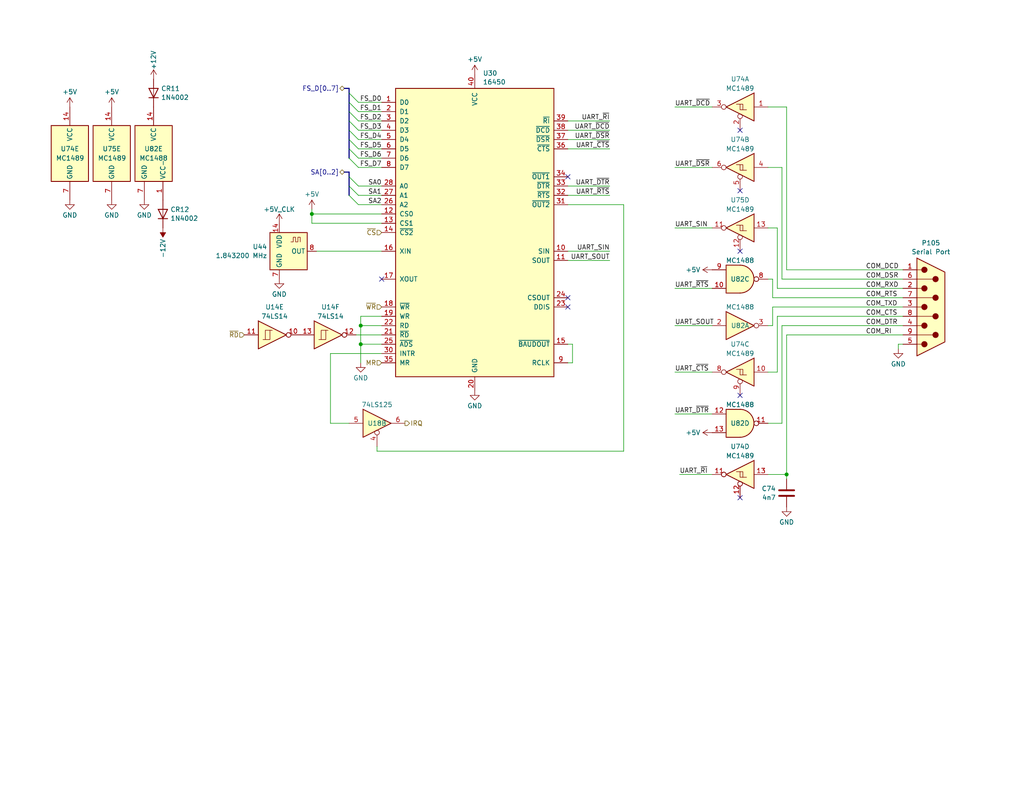
<source format=kicad_sch>
(kicad_sch (version 20230121) (generator eeschema)
  (paper "USLetter")
  (lib_symbols
    (symbol "74xx:74LS125" (pin_names (offset 1.016))
      (property "Reference" "U" (at 0 1.27 0))
      (property "Value" "74LS125" (at 0 -1.27 0))
      (symbol "74LS125_1_0"
        (polyline (pts (xy -3.81 3.81) (xy -3.81 -3.81) (xy 3.81 0) (xy -3.81 3.81)) (stroke (width 0.254)) (fill (type background)))
        (pin input inverted (at 0 -6.35 90) (length 4.445) (name "~") (number "1"))
        (pin input line (at -7.62 0 0) (length 3.81) (name "~") (number "2"))
        (pin tri_state line (at 7.62 0 180) (length 3.81) (name "~") (number "3"))
      )
      (symbol "74LS125_2_0"
        (polyline (pts (xy -3.81 3.81) (xy -3.81 -3.81) (xy 3.81 0) (xy -3.81 3.81)) (stroke (width 0.254)) (fill (type background)))
        (pin input inverted (at 0 -6.35 90) (length 4.445) (name "~") (number "4"))
        (pin input line (at -7.62 0 0) (length 3.81) (name "~") (number "5"))
        (pin tri_state line (at 7.62 0 180) (length 3.81) (name "~") (number "6"))
      )
      (symbol "74LS125_3_0"
        (polyline (pts (xy -3.81 3.81) (xy -3.81 -3.81) (xy 3.81 0) (xy -3.81 3.81)) (stroke (width 0.254)) (fill (type background)))
        (pin input inverted (at 0 -6.35 90) (length 4.445) (name "~") (number "10"))
        (pin tri_state line (at 7.62 0 180) (length 3.81) (name "~") (number "8"))
        (pin input line (at -7.62 0 0) (length 3.81) (name "~") (number "9"))
      )
      (symbol "74LS125_4_0"
        (polyline (pts (xy -3.81 3.81) (xy -3.81 -3.81) (xy 3.81 0) (xy -3.81 3.81)) (stroke (width 0.254)) (fill (type background)))
        (pin tri_state line (at 7.62 0 180) (length 3.81) (name "~") (number "11"))
        (pin input line (at -7.62 0 0) (length 3.81) (name "~") (number "12"))
        (pin input inverted (at 0 -6.35 90) (length 4.445) (name "~") (number "13"))
      )
      (symbol "74LS125_5_0"
        (pin power_in line (at 0 12.7 270) (length 5.08) (name "VCC") (number "14"))
        (pin power_in line (at 0 -12.7 90) (length 5.08) (name "GND") (number "7"))
      )
      (symbol "74LS125_5_1"
        (rectangle (start -5.08 7.62) (end 5.08 -7.62) (stroke (width 0.254)) (fill (type background)))
      )
    )
    (symbol "74xx:74LS14" (pin_names (offset 1.016))
      (property "Reference" "U" (at 0 1.27 0))
      (property "Value" "74LS14" (at 0 -1.27 0))
      (symbol "74LS14_1_0"
        (polyline (pts (xy -3.81 3.81) (xy -3.81 -3.81) (xy 3.81 0) (xy -3.81 3.81)) (stroke (width 0.254)) (fill (type background)))
        (pin input line (at -7.62 0 0) (length 3.81) (name "~") (number "1"))
        (pin output inverted (at 7.62 0 180) (length 3.81) (name "~") (number "2"))
      )
      (symbol "74LS14_1_1"
        (polyline (pts (xy -1.905 -1.27) (xy -1.905 1.27) (xy -0.635 1.27)))
        (polyline (pts (xy -2.54 -1.27) (xy -0.635 -1.27) (xy -0.635 1.27) (xy 0 1.27)))
      )
      (symbol "74LS14_2_0"
        (polyline (pts (xy -3.81 3.81) (xy -3.81 -3.81) (xy 3.81 0) (xy -3.81 3.81)) (stroke (width 0.254)) (fill (type background)))
        (pin input line (at -7.62 0 0) (length 3.81) (name "~") (number "3"))
        (pin output inverted (at 7.62 0 180) (length 3.81) (name "~") (number "4"))
      )
      (symbol "74LS14_2_1"
        (polyline (pts (xy -1.905 -1.27) (xy -1.905 1.27) (xy -0.635 1.27)))
        (polyline (pts (xy -2.54 -1.27) (xy -0.635 -1.27) (xy -0.635 1.27) (xy 0 1.27)))
      )
      (symbol "74LS14_3_0"
        (polyline (pts (xy -3.81 3.81) (xy -3.81 -3.81) (xy 3.81 0) (xy -3.81 3.81)) (stroke (width 0.254)) (fill (type background)))
        (pin input line (at -7.62 0 0) (length 3.81) (name "~") (number "5"))
        (pin output inverted (at 7.62 0 180) (length 3.81) (name "~") (number "6"))
      )
      (symbol "74LS14_3_1"
        (polyline (pts (xy -1.905 -1.27) (xy -1.905 1.27) (xy -0.635 1.27)))
        (polyline (pts (xy -2.54 -1.27) (xy -0.635 -1.27) (xy -0.635 1.27) (xy 0 1.27)))
      )
      (symbol "74LS14_4_0"
        (polyline (pts (xy -3.81 3.81) (xy -3.81 -3.81) (xy 3.81 0) (xy -3.81 3.81)) (stroke (width 0.254)) (fill (type background)))
        (pin output inverted (at 7.62 0 180) (length 3.81) (name "~") (number "8"))
        (pin input line (at -7.62 0 0) (length 3.81) (name "~") (number "9"))
      )
      (symbol "74LS14_4_1"
        (polyline (pts (xy -1.905 -1.27) (xy -1.905 1.27) (xy -0.635 1.27)))
        (polyline (pts (xy -2.54 -1.27) (xy -0.635 -1.27) (xy -0.635 1.27) (xy 0 1.27)))
      )
      (symbol "74LS14_5_0"
        (polyline (pts (xy -3.81 3.81) (xy -3.81 -3.81) (xy 3.81 0) (xy -3.81 3.81)) (stroke (width 0.254)) (fill (type background)))
        (pin output inverted (at 7.62 0 180) (length 3.81) (name "~") (number "10"))
        (pin input line (at -7.62 0 0) (length 3.81) (name "~") (number "11"))
      )
      (symbol "74LS14_5_1"
        (polyline (pts (xy -1.905 -1.27) (xy -1.905 1.27) (xy -0.635 1.27)))
        (polyline (pts (xy -2.54 -1.27) (xy -0.635 -1.27) (xy -0.635 1.27) (xy 0 1.27)))
      )
      (symbol "74LS14_6_0"
        (polyline (pts (xy -3.81 3.81) (xy -3.81 -3.81) (xy 3.81 0) (xy -3.81 3.81)) (stroke (width 0.254)) (fill (type background)))
        (pin output inverted (at 7.62 0 180) (length 3.81) (name "~") (number "12"))
        (pin input line (at -7.62 0 0) (length 3.81) (name "~") (number "13"))
      )
      (symbol "74LS14_6_1"
        (polyline (pts (xy -1.905 -1.27) (xy -1.905 1.27) (xy -0.635 1.27)))
        (polyline (pts (xy -2.54 -1.27) (xy -0.635 -1.27) (xy -0.635 1.27) (xy 0 1.27)))
      )
      (symbol "74LS14_7_0"
        (pin power_in line (at 0 12.7 270) (length 5.08) (name "VCC") (number "14"))
        (pin power_in line (at 0 -12.7 90) (length 5.08) (name "GND") (number "7"))
      )
      (symbol "74LS14_7_1"
        (rectangle (start -5.08 7.62) (end 5.08 -7.62) (stroke (width 0.254)) (fill (type background)))
      )
    )
    (symbol "Connector:DE9_Plug" (pin_names (offset 1.016) hide)
      (property "Reference" "J" (at 0 13.97 0))
      (property "Value" "DE9_Plug" (at 0 -14.605 0))
      (symbol "DE9_Plug_0_1"
        (circle (center -1.778 -10.16) (radius 0.762) (fill (type outline)))
        (circle (center -1.778 -5.08) (radius 0.762) (fill (type outline)))
        (circle (center -1.778 0) (radius 0.762) (fill (type outline)))
        (circle (center -1.778 5.08) (radius 0.762) (fill (type outline)))
        (circle (center -1.778 10.16) (radius 0.762) (fill (type outline)))
        (polyline (pts (xy -3.81 -10.16) (xy -2.54 -10.16)))
        (polyline (pts (xy -3.81 -7.62) (xy 0.508 -7.62)))
        (polyline (pts (xy -3.81 -5.08) (xy -2.54 -5.08)))
        (polyline (pts (xy -3.81 -2.54) (xy 0.508 -2.54)))
        (polyline (pts (xy -3.81 0) (xy -2.54 0)))
        (polyline (pts (xy -3.81 2.54) (xy 0.508 2.54)))
        (polyline (pts (xy -3.81 5.08) (xy -2.54 5.08)))
        (polyline (pts (xy -3.81 7.62) (xy 0.508 7.62)))
        (polyline (pts (xy -3.81 10.16) (xy -2.54 10.16)))
        (polyline (pts (xy -3.81 -13.335) (xy -3.81 13.335) (xy 3.81 9.525) (xy 3.81 -9.525) (xy -3.81 -13.335)) (stroke (width 0.254)) (fill (type background)))
        (circle (center 1.27 -7.62) (radius 0.762) (fill (type outline)))
        (circle (center 1.27 -2.54) (radius 0.762) (fill (type outline)))
        (circle (center 1.27 2.54) (radius 0.762) (fill (type outline)))
        (circle (center 1.27 7.62) (radius 0.762) (fill (type outline)))
      )
      (symbol "DE9_Plug_1_1"
        (pin passive line (at -7.62 -10.16 0) (length 3.81) (name "1") (number "1"))
        (pin passive line (at -7.62 -5.08 0) (length 3.81) (name "2") (number "2"))
        (pin passive line (at -7.62 0 0) (length 3.81) (name "3") (number "3"))
        (pin passive line (at -7.62 5.08 0) (length 3.81) (name "4") (number "4"))
        (pin passive line (at -7.62 10.16 0) (length 3.81) (name "5") (number "5"))
        (pin passive line (at -7.62 -7.62 0) (length 3.81) (name "6") (number "6"))
        (pin passive line (at -7.62 -2.54 0) (length 3.81) (name "7") (number "7"))
        (pin passive line (at -7.62 2.54 0) (length 3.81) (name "8") (number "8"))
        (pin passive line (at -7.62 7.62 0) (length 3.81) (name "9") (number "9"))
      )
    )
    (symbol "Device:C" (pin_numbers hide) (pin_names (offset 0.254))
      (property "Reference" "C" (at 0.635 2.54 0))
      (property "Value" "C" (at 0.635 -2.54 0))
      (symbol "C_0_1"
        (polyline (pts (xy -2.032 -0.762) (xy 2.032 -0.762)) (stroke (width 0.508)))
        (polyline (pts (xy -2.032 0.762) (xy 2.032 0.762)) (stroke (width 0.508)))
      )
      (symbol "C_1_1"
        (pin passive line (at 0 3.81 270) (length 2.794) (name "~") (number "1"))
        (pin passive line (at 0 -3.81 90) (length 2.794) (name "~") (number "2"))
      )
    )
    (symbol "Device:D" (pin_numbers hide) (pin_names (offset 1.016) hide)
      (property "Reference" "D" (at 0 2.54 0))
      (property "Value" "D" (at 0 -2.54 0))
      (symbol "D_0_1"
        (polyline (pts (xy -1.27 1.27) (xy -1.27 -1.27)) (stroke (width 0.254)))
        (polyline (pts (xy 1.27 0) (xy -1.27 0)))
        (polyline (pts (xy 1.27 1.27) (xy 1.27 -1.27) (xy -1.27 0) (xy 1.27 1.27)) (stroke (width 0.254)))
      )
      (symbol "D_1_1"
        (pin passive line (at -3.81 0 0) (length 2.54) (name "K") (number "1"))
        (pin passive line (at 3.81 0 180) (length 2.54) (name "A") (number "2"))
      )
    )
    (symbol "Interface_UART:16450" (pin_names (offset 1.016))
      (property "Reference" "U" (at -21.59 40.64 0))
      (property "Value" "16450" (at 15.24 40.64 0))
      (symbol "16450_0_1"
        (rectangle (start -21.59 -39.37) (end 21.59 39.37) (stroke (width 0.254)) (fill (type background)))
      )
      (symbol "16450_1_1"
        (pin bidirectional line (at -25.4 35.56 0) (length 3.81) (name "D0") (number "1"))
        (pin input line (at 25.4 -5.08 180) (length 3.81) (name "SIN") (number "10"))
        (pin output line (at 25.4 -7.62 180) (length 3.81) (name "SOUT") (number "11"))
        (pin input line (at -25.4 5.08 0) (length 3.81) (name "CS0") (number "12"))
        (pin input line (at -25.4 2.54 0) (length 3.81) (name "CS1") (number "13"))
        (pin input line (at -25.4 0 0) (length 3.81) (name "~{CS2}") (number "14"))
        (pin output line (at 25.4 -30.48 180) (length 3.81) (name "~{BAUDOUT}") (number "15"))
        (pin input line (at -25.4 -5.08 0) (length 3.81) (name "XIN") (number "16"))
        (pin output line (at -25.4 -12.7 0) (length 3.81) (name "XOUT") (number "17"))
        (pin input line (at -25.4 -20.32 0) (length 3.81) (name "~{WR}") (number "18"))
        (pin input line (at -25.4 -22.86 0) (length 3.81) (name "WR") (number "19"))
        (pin bidirectional line (at -25.4 33.02 0) (length 3.81) (name "D1") (number "2"))
        (pin power_in line (at 0 -43.18 90) (length 3.81) (name "GND") (number "20"))
        (pin input line (at -25.4 -27.94 0) (length 3.81) (name "~{RD}") (number "21"))
        (pin input line (at -25.4 -25.4 0) (length 3.81) (name "RD") (number "22"))
        (pin output line (at 25.4 -20.32 180) (length 3.81) (name "DDIS") (number "23"))
        (pin output line (at 25.4 -17.78 180) (length 3.81) (name "CSOUT") (number "24"))
        (pin input line (at -25.4 -30.48 0) (length 3.81) (name "~{ADS}") (number "25"))
        (pin input line (at -25.4 7.62 0) (length 3.81) (name "A2") (number "26"))
        (pin input line (at -25.4 10.16 0) (length 3.81) (name "A1") (number "27"))
        (pin input line (at -25.4 12.7 0) (length 3.81) (name "A0") (number "28"))
        (pin bidirectional line (at -25.4 30.48 0) (length 3.81) (name "D2") (number "3"))
        (pin output line (at -25.4 -33.02 0) (length 3.81) (name "INTR") (number "30"))
        (pin output line (at 25.4 7.62 180) (length 3.81) (name "~{OUT2}") (number "31"))
        (pin output line (at 25.4 10.16 180) (length 3.81) (name "~{RTS}") (number "32"))
        (pin output line (at 25.4 12.7 180) (length 3.81) (name "~{DTR}") (number "33"))
        (pin output line (at 25.4 15.24 180) (length 3.81) (name "~{OUT1}") (number "34"))
        (pin input line (at -25.4 -35.56 0) (length 3.81) (name "MR") (number "35"))
        (pin input line (at 25.4 22.86 180) (length 3.81) (name "~{CTS}") (number "36"))
        (pin input line (at 25.4 25.4 180) (length 3.81) (name "~{DSR}") (number "37"))
        (pin input line (at 25.4 27.94 180) (length 3.81) (name "~{DCD}") (number "38"))
        (pin input line (at 25.4 30.48 180) (length 3.81) (name "~{RI}") (number "39"))
        (pin bidirectional line (at -25.4 27.94 0) (length 3.81) (name "D3") (number "4"))
        (pin power_in line (at 0 43.18 270) (length 3.81) (name "VCC") (number "40"))
        (pin bidirectional line (at -25.4 25.4 0) (length 3.81) (name "D4") (number "5"))
        (pin bidirectional line (at -25.4 22.86 0) (length 3.81) (name "D5") (number "6"))
        (pin bidirectional line (at -25.4 20.32 0) (length 3.81) (name "D6") (number "7"))
        (pin bidirectional line (at -25.4 17.78 0) (length 3.81) (name "D7") (number "8"))
        (pin input line (at 25.4 -35.56 180) (length 3.81) (name "RCLK") (number "9"))
      )
    )
    (symbol "MC1488_1"
      (property "Reference" "U82" (at 0 7.9543 0))
      (property "Value" "MC1488" (at 0 5.5301 0))
      (symbol "MC1488_1_1_0"
        (polyline (pts (xy -3.81 3.81) (xy -3.81 -3.81) (xy 3.81 0) (xy -3.81 3.81)) (stroke (width 0.254)) (fill (type background)))
        (pin input line (at -7.62 0 0) (length 3.81) (name "~") (number "2"))
        (pin output inverted (at 7.62 0 180) (length 3.81) (name "~") (number "3"))
      )
      (symbol "MC1488_1_2_1"
        (arc (start 0 -3.81) (mid 3.7934 0) (end 0 3.81) (stroke (width 0.254)) (fill (type background)))
        (polyline (pts (xy 0 3.81) (xy -3.81 3.81) (xy -3.81 -3.81) (xy 0 -3.81)) (stroke (width 0.254)) (fill (type background)))
        (pin input line (at -7.62 2.54 0) (length 3.81) (name "~") (number "4"))
        (pin input line (at -7.62 -2.54 0) (length 3.81) (name "~") (number "5"))
        (pin output inverted (at 7.62 0 180) (length 3.81) (name "~") (number "6"))
      )
      (symbol "MC1488_1_3_1"
        (arc (start 0 -3.81) (mid 3.7934 0) (end 0 3.81) (stroke (width 0.254)) (fill (type background)))
        (polyline (pts (xy 0 3.81) (xy -3.81 3.81) (xy -3.81 -3.81) (xy 0 -3.81)) (stroke (width 0.254)) (fill (type background)))
        (pin input line (at -7.62 -2.54 0) (length 3.81) (name "~") (number "10"))
        (pin output inverted (at 7.62 0 180) (length 3.81) (name "~") (number "8"))
        (pin input line (at -7.62 2.54 0) (length 3.81) (name "~") (number "9"))
      )
      (symbol "MC1488_1_4_1"
        (arc (start 0 -3.81) (mid 3.7934 0) (end 0 3.81) (stroke (width 0.254)) (fill (type background)))
        (polyline (pts (xy 0 3.81) (xy -3.81 3.81) (xy -3.81 -3.81) (xy 0 -3.81)) (stroke (width 0.254)) (fill (type background)))
        (pin output inverted (at 7.62 0 180) (length 3.81) (name "~") (number "11"))
        (pin input line (at -7.62 2.54 0) (length 3.81) (name "~") (number "12"))
        (pin input line (at -7.62 -2.54 0) (length 3.81) (name "~") (number "13"))
      )
      (symbol "MC1488_1_5_0"
        (pin power_in line (at 2.54 -12.7 90) (length 5.08) (name "VCC-") (number "1"))
        (pin power_in line (at 0 12.7 270) (length 5.08) (name "VCC") (number "14"))
        (pin power_in line (at -2.54 -12.7 90) (length 5.08) (name "GND") (number "7"))
      )
      (symbol "MC1488_1_5_1"
        (rectangle (start -5.08 7.62) (end 5.08 -7.62) (stroke (width 0.254)) (fill (type background)))
      )
    )
    (symbol "MC1488_3"
      (property "Reference" "U82" (at 0 7.9543 0))
      (property "Value" "MC1488" (at 0 5.5301 0))
      (symbol "MC1488_3_1_0"
        (polyline (pts (xy -3.81 3.81) (xy -3.81 -3.81) (xy 3.81 0) (xy -3.81 3.81)) (stroke (width 0.254)) (fill (type background)))
        (pin input line (at -7.62 0 0) (length 3.81) (name "~") (number "2"))
        (pin output inverted (at 7.62 0 180) (length 3.81) (name "~") (number "3"))
      )
      (symbol "MC1488_3_2_1"
        (arc (start 0 -3.81) (mid 3.7934 0) (end 0 3.81) (stroke (width 0.254)) (fill (type background)))
        (polyline (pts (xy 0 3.81) (xy -3.81 3.81) (xy -3.81 -3.81) (xy 0 -3.81)) (stroke (width 0.254)) (fill (type background)))
        (pin input line (at -7.62 2.54 0) (length 3.81) (name "~") (number "4"))
        (pin input line (at -7.62 -2.54 0) (length 3.81) (name "~") (number "5"))
        (pin output inverted (at 7.62 0 180) (length 3.81) (name "~") (number "6"))
      )
      (symbol "MC1488_3_3_1"
        (arc (start 0 -3.81) (mid 3.7934 0) (end 0 3.81) (stroke (width 0.254)) (fill (type background)))
        (polyline (pts (xy 0 3.81) (xy -3.81 3.81) (xy -3.81 -3.81) (xy 0 -3.81)) (stroke (width 0.254)) (fill (type background)))
        (pin input line (at -7.62 -2.54 0) (length 3.81) (name "~") (number "10"))
        (pin output inverted (at 7.62 0 180) (length 3.81) (name "~") (number "8"))
        (pin input line (at -7.62 2.54 0) (length 3.81) (name "~") (number "9"))
      )
      (symbol "MC1488_3_4_1"
        (arc (start 0 -3.81) (mid 3.7934 0) (end 0 3.81) (stroke (width 0.254)) (fill (type background)))
        (polyline (pts (xy 0 3.81) (xy -3.81 3.81) (xy -3.81 -3.81) (xy 0 -3.81)) (stroke (width 0.254)) (fill (type background)))
        (pin output inverted (at 7.62 0 180) (length 3.81) (name "~") (number "11"))
        (pin input line (at -7.62 2.54 0) (length 3.81) (name "~") (number "12"))
        (pin input line (at -7.62 -2.54 0) (length 3.81) (name "~") (number "13"))
      )
      (symbol "MC1488_3_5_0"
        (pin power_in line (at 2.54 -12.7 90) (length 5.08) (name "VCC-") (number "1"))
        (pin power_in line (at 0 12.7 270) (length 5.08) (name "VCC") (number "14"))
        (pin power_in line (at -2.54 -12.7 90) (length 5.08) (name "GND") (number "7"))
      )
      (symbol "MC1488_3_5_1"
        (rectangle (start -5.08 7.62) (end 5.08 -7.62) (stroke (width 0.254)) (fill (type background)))
      )
    )
    (symbol "MC1488_4"
      (property "Reference" "U82" (at 0 7.9543 0))
      (property "Value" "MC1488" (at 0 5.5301 0))
      (symbol "MC1488_4_1_0"
        (polyline (pts (xy -3.81 3.81) (xy -3.81 -3.81) (xy 3.81 0) (xy -3.81 3.81)) (stroke (width 0.254)) (fill (type background)))
        (pin input line (at -7.62 0 0) (length 3.81) (name "~") (number "2"))
        (pin output inverted (at 7.62 0 180) (length 3.81) (name "~") (number "3"))
      )
      (symbol "MC1488_4_2_1"
        (arc (start 0 -3.81) (mid 3.7934 0) (end 0 3.81) (stroke (width 0.254)) (fill (type background)))
        (polyline (pts (xy 0 3.81) (xy -3.81 3.81) (xy -3.81 -3.81) (xy 0 -3.81)) (stroke (width 0.254)) (fill (type background)))
        (pin input line (at -7.62 2.54 0) (length 3.81) (name "~") (number "4"))
        (pin input line (at -7.62 -2.54 0) (length 3.81) (name "~") (number "5"))
        (pin output inverted (at 7.62 0 180) (length 3.81) (name "~") (number "6"))
      )
      (symbol "MC1488_4_3_1"
        (arc (start 0 -3.81) (mid 3.7934 0) (end 0 3.81) (stroke (width 0.254)) (fill (type background)))
        (polyline (pts (xy 0 3.81) (xy -3.81 3.81) (xy -3.81 -3.81) (xy 0 -3.81)) (stroke (width 0.254)) (fill (type background)))
        (pin input line (at -7.62 -2.54 0) (length 3.81) (name "~") (number "10"))
        (pin output inverted (at 7.62 0 180) (length 3.81) (name "~") (number "8"))
        (pin input line (at -7.62 2.54 0) (length 3.81) (name "~") (number "9"))
      )
      (symbol "MC1488_4_4_1"
        (arc (start 0 -3.81) (mid 3.7934 0) (end 0 3.81) (stroke (width 0.254)) (fill (type background)))
        (polyline (pts (xy 0 3.81) (xy -3.81 3.81) (xy -3.81 -3.81) (xy 0 -3.81)) (stroke (width 0.254)) (fill (type background)))
        (pin output inverted (at 7.62 0 180) (length 3.81) (name "~") (number "11"))
        (pin input line (at -7.62 2.54 0) (length 3.81) (name "~") (number "12"))
        (pin input line (at -7.62 -2.54 0) (length 3.81) (name "~") (number "13"))
      )
      (symbol "MC1488_4_5_0"
        (pin power_in line (at 2.54 -12.7 90) (length 5.08) (name "VCC-") (number "1"))
        (pin power_in line (at 0 12.7 270) (length 5.08) (name "VCC") (number "14"))
        (pin power_in line (at -2.54 -12.7 90) (length 5.08) (name "GND") (number "7"))
      )
      (symbol "MC1488_4_5_1"
        (rectangle (start -5.08 7.62) (end 5.08 -7.62) (stroke (width 0.254)) (fill (type background)))
      )
    )
    (symbol "power:+12V" (power) (pin_names (offset 0))
      (property "Value" "+12V" (at 0 3.556 0))
      (symbol "+12V_0_1"
        (polyline (pts (xy -0.762 1.27) (xy 0 2.54)))
        (polyline (pts (xy 0 0) (xy 0 2.54)))
        (polyline (pts (xy 0 2.54) (xy 0.762 1.27)))
      )
      (symbol "+12V_1_1"
        (pin power_in line (at 0 0 90) (length 0) hide (name "+12V") (number "1"))
      )
    )
    (symbol "power:+5V" (power) (pin_names (offset 0))
      (property "Value" "+5V" (at 0 3.556 0))
      (symbol "+5V_0_1"
        (polyline (pts (xy -0.762 1.27) (xy 0 2.54)))
        (polyline (pts (xy 0 0) (xy 0 2.54)))
        (polyline (pts (xy 0 2.54) (xy 0.762 1.27)))
      )
      (symbol "+5V_1_1"
        (pin power_in line (at 0 0 90) (length 0) hide (name "+5V") (number "1"))
      )
    )
    (symbol "power:-12V" (power) (pin_names (offset 0))
      (property "Value" "-12V" (at 0 3.81 0))
      (symbol "-12V_0_0"
        (pin power_in line (at 0 0 90) (length 0) hide (name "-12V") (number "1"))
      )
      (symbol "-12V_0_1"
        (polyline (pts (xy 0 0) (xy 0 1.27) (xy 0.762 1.27) (xy 0 2.54) (xy -0.762 1.27) (xy 0 1.27)) (fill (type outline)))
      )
    )
    (symbol "power:GND" (power) (pin_names (offset 0))
      (property "Value" "GND" (at 0 -3.81 0))
      (symbol "GND_0_1"
        (polyline (pts (xy 0 0) (xy 0 -1.27) (xy 1.27 -1.27) (xy 0 -2.54) (xy -1.27 -1.27) (xy 0 -1.27)))
      )
      (symbol "GND_1_1"
        (pin power_in line (at 0 0 270) (length 0) hide (name "GND") (number "1"))
      )
    )
    (symbol "raysstuff:+5V_CLK" (power) (in_bom no) (on_board no)
      (property "Value" "+5V_CLK" (at 0 3.81 0))
      (symbol "+5V_CLK_0_1"
        (polyline (pts (xy -0.762 1.27) (xy 0 2.54)))
        (polyline (pts (xy 0 0) (xy 0 2.54)))
        (polyline (pts (xy 0 2.54) (xy 0.762 1.27)))
      )
      (symbol "+5V_CLK_1_1"
        (pin power_in line (at 0 0 90) (length 0) hide (name "+5V_CLK") (number "1"))
      )
    )
    (symbol "raysstuff:970T"
      (property "Reference" "U" (at 0 0 0))
      (property "Value" "970T" (at 0 0 0))
      (symbol "970T_0_1"
        (rectangle (start -5.08 5.08) (end 5.08 -5.08) (stroke (width 0.254)) (fill (type background)))
        (polyline (pts (xy 0.635 2.54) (xy 1.27 2.54) (xy 1.27 3.81) (xy 1.905 3.81) (xy 1.905 2.54) (xy 2.54 2.54) (xy 2.54 3.81) (xy 3.175 3.81) (xy 3.175 2.54)))
      )
      (symbol "970T_1_1"
        (pin power_in line (at -2.54 7.62 270) (length 2.54) (name "VDD") (number "14"))
        (pin passive line (at -2.54 -7.62 90) (length 2.54) hide (name "GND") (number "2"))
        (pin power_in line (at -2.54 -7.62 90) (length 2.54) (name "GND") (number "7"))
        (pin output line (at 7.62 0 180) (length 2.54) (name "OUT") (number "8"))
      )
    )
    (symbol "raysstuff:MC1488"
      (property "Reference" "U82" (at 0 7.9543 0))
      (property "Value" "MC1488" (at 0 5.5301 0))
      (symbol "MC1488_1_0"
        (polyline (pts (xy -3.81 3.81) (xy -3.81 -3.81) (xy 3.81 0) (xy -3.81 3.81)) (stroke (width 0.254)) (fill (type background)))
        (pin input line (at -7.62 0 0) (length 3.81) (name "~") (number "2"))
        (pin output inverted (at 7.62 0 180) (length 3.81) (name "~") (number "3"))
      )
      (symbol "MC1488_2_1"
        (arc (start 0 -3.81) (mid 3.7934 0) (end 0 3.81) (stroke (width 0.254)) (fill (type background)))
        (polyline (pts (xy 0 3.81) (xy -3.81 3.81) (xy -3.81 -3.81) (xy 0 -3.81)) (stroke (width 0.254)) (fill (type background)))
        (pin input line (at -7.62 2.54 0) (length 3.81) (name "~") (number "4"))
        (pin input line (at -7.62 -2.54 0) (length 3.81) (name "~") (number "5"))
        (pin output inverted (at 7.62 0 180) (length 3.81) (name "~") (number "6"))
      )
      (symbol "MC1488_3_1"
        (arc (start 0 -3.81) (mid 3.7934 0) (end 0 3.81) (stroke (width 0.254)) (fill (type background)))
        (polyline (pts (xy 0 3.81) (xy -3.81 3.81) (xy -3.81 -3.81) (xy 0 -3.81)) (stroke (width 0.254)) (fill (type background)))
        (pin input line (at -7.62 -2.54 0) (length 3.81) (name "~") (number "10"))
        (pin output inverted (at 7.62 0 180) (length 3.81) (name "~") (number "8"))
        (pin input line (at -7.62 2.54 0) (length 3.81) (name "~") (number "9"))
      )
      (symbol "MC1488_4_1"
        (arc (start 0 -3.81) (mid 3.7934 0) (end 0 3.81) (stroke (width 0.254)) (fill (type background)))
        (polyline (pts (xy 0 3.81) (xy -3.81 3.81) (xy -3.81 -3.81) (xy 0 -3.81)) (stroke (width 0.254)) (fill (type background)))
        (pin output inverted (at 7.62 0 180) (length 3.81) (name "~") (number "11"))
        (pin input line (at -7.62 2.54 0) (length 3.81) (name "~") (number "12"))
        (pin input line (at -7.62 -2.54 0) (length 3.81) (name "~") (number "13"))
      )
      (symbol "MC1488_5_0"
        (pin power_in line (at 2.54 -12.7 90) (length 5.08) (name "VCC-") (number "1"))
        (pin power_in line (at 0 12.7 270) (length 5.08) (name "VCC") (number "14"))
        (pin power_in line (at -2.54 -12.7 90) (length 5.08) (name "GND") (number "7"))
      )
      (symbol "MC1488_5_1"
        (rectangle (start -5.08 7.62) (end 5.08 -7.62) (stroke (width 0.254)) (fill (type background)))
      )
    )
    (symbol "raysstuff:MC1489"
      (property "Reference" "U" (at 13.97 -6.35 0))
      (property "Value" "MC1489" (at 13.97 -8.89 0))
      (symbol "MC1489_1_0"
        (polyline (pts (xy -3.81 3.81) (xy -3.81 -3.81) (xy 3.81 0) (xy -3.81 3.81)) (stroke (width 0.254)) (fill (type background)))
        (pin input line (at -7.62 0 0) (length 3.81) (name "~") (number "1"))
        (pin input inverted (at 0 -6.35 90) (length 4.445) (name "~") (number "2"))
        (pin output inverted (at 7.62 0 180) (length 3.81) (name "~") (number "3"))
      )
      (symbol "MC1489_1_1"
        (polyline (pts (xy -0.762 -0.762) (xy -0.762 0.762) (xy 1.016 0.762)))
        (polyline (pts (xy 0 0.762) (xy 0 -0.762) (xy -1.778 -0.762)))
      )
      (symbol "MC1489_2_0"
        (polyline (pts (xy -3.81 3.81) (xy -3.81 -3.81) (xy 3.81 0) (xy -3.81 3.81)) (stroke (width 0.254)) (fill (type background)))
        (pin input line (at -7.62 0 0) (length 3.81) (name "~") (number "4"))
        (pin input inverted (at 0 -6.35 90) (length 4.445) (name "~") (number "5"))
        (pin output inverted (at 7.62 0 180) (length 3.81) (name "~") (number "6"))
      )
      (symbol "MC1489_2_1"
        (polyline (pts (xy -0.762 -0.762) (xy -0.762 0.762) (xy 1.016 0.762)))
        (polyline (pts (xy 0 0.762) (xy 0 -0.762) (xy -1.778 -0.762)))
      )
      (symbol "MC1489_3_0"
        (polyline (pts (xy -3.81 3.81) (xy -3.81 -3.81) (xy 3.81 0) (xy -3.81 3.81)) (stroke (width 0.254)) (fill (type background)))
        (pin input line (at -7.62 0 0) (length 3.81) (name "~") (number "10"))
        (pin output inverted (at 7.62 0 180) (length 3.81) (name "~") (number "8"))
        (pin input inverted (at 0 -6.35 90) (length 4.445) (name "~") (number "9"))
      )
      (symbol "MC1489_3_1"
        (polyline (pts (xy -0.762 -0.762) (xy -0.762 0.762) (xy 1.016 0.762)))
        (polyline (pts (xy 0 0.762) (xy 0 -0.762) (xy -1.778 -0.762)))
      )
      (symbol "MC1489_4_0"
        (polyline (pts (xy -3.81 3.81) (xy -3.81 -3.81) (xy 3.81 0) (xy -3.81 3.81)) (stroke (width 0.254)) (fill (type background)))
        (pin output inverted (at 7.62 0 180) (length 3.81) (name "~") (number "11"))
        (pin input inverted (at 0 -6.35 90) (length 4.445) (name "~") (number "12"))
        (pin input line (at -7.62 0 0) (length 3.81) (name "~") (number "13"))
      )
      (symbol "MC1489_4_1"
        (polyline (pts (xy -0.762 -0.762) (xy -0.762 0.762) (xy 1.016 0.762)))
        (polyline (pts (xy 0 0.762) (xy 0 -0.762) (xy -1.778 -0.762)))
      )
      (symbol "MC1489_5_0"
        (pin power_in line (at 0 12.7 270) (length 5.08) (name "VCC") (number "14"))
        (pin power_in line (at 0 -12.7 90) (length 5.08) (name "GND") (number "7"))
      )
      (symbol "MC1489_5_1"
        (rectangle (start -5.08 7.62) (end 5.08 -7.62) (stroke (width 0.254)) (fill (type background)))
      )
    )
  )
  (junction (at 214.63 129.54))
  (junction (at 98.425 93.98))
  (junction (at 98.425 88.9))
  (junction (at 85.09 58.42))
  (no_connect (at 154.94 83.82))
  (no_connect (at 201.93 68.58))
  (no_connect (at 201.93 35.56))
  (no_connect (at 104.14 76.2))
  (no_connect (at 201.93 52.07))
  (no_connect (at 154.94 48.26))
  (no_connect (at 201.93 135.89))
  (no_connect (at 201.93 107.95))
  (no_connect (at 154.94 81.28))
  (bus_entry (at 95.25 35.56) (size 2.54 2.54))
  (bus_entry (at 95.25 40.64) (size 2.54 2.54))
  (bus_entry (at 95.25 25.4) (size 2.54 2.54))
  (bus_entry (at 95.25 27.94) (size 2.54 2.54))
  (bus_entry (at 95.25 30.48) (size 2.54 2.54))
  (bus_entry (at 95.25 43.18) (size 2.54 2.54))
  (bus_entry (at 95.25 53.34) (size 2.54 2.54))
  (bus_entry (at 95.25 38.1) (size 2.54 2.54))
  (bus_entry (at 95.25 33.02) (size 2.54 2.54))
  (bus_entry (at 95.25 50.8) (size 2.54 2.54))
  (bus_entry (at 95.25 48.26) (size 2.54 2.54))
  (wire (pts (xy 194.31 101.6) (xy 184.15 101.6)))
  (bus (pts (xy 95.25 24.13) (xy 95.25 25.4)))
  (bus (pts (xy 95.25 27.94) (xy 95.25 30.48)))
  (wire (pts (xy 97.79 50.8) (xy 104.14 50.8)))
  (wire (pts (xy 104.14 86.36) (xy 98.425 86.36)))
  (bus (pts (xy 93.98 46.99) (xy 95.25 46.99)))
  (wire (pts (xy 209.55 88.9) (xy 210.82 88.9)))
  (wire (pts (xy 209.55 45.72) (xy 213.36 45.72)))
  (wire (pts (xy 210.82 83.82) (xy 246.38 83.82)))
  (wire (pts (xy 213.36 45.72) (xy 213.36 76.2)))
  (wire (pts (xy 209.55 129.54) (xy 214.63 129.54)))
  (wire (pts (xy 194.31 129.54) (xy 185.42 129.54)))
  (wire (pts (xy 246.38 93.98) (xy 245.11 93.98)))
  (wire (pts (xy 104.14 60.96) (xy 85.09 60.96)))
  (bus (pts (xy 95.25 25.4) (xy 95.25 27.94)))
  (wire (pts (xy 154.94 38.1) (xy 166.37 38.1)))
  (wire (pts (xy 97.79 38.1) (xy 104.14 38.1)))
  (wire (pts (xy 97.79 45.72) (xy 104.14 45.72)))
  (wire (pts (xy 213.36 88.9) (xy 246.38 88.9)))
  (wire (pts (xy 194.31 45.72) (xy 184.15 45.72)))
  (wire (pts (xy 154.94 71.12) (xy 166.37 71.12)))
  (wire (pts (xy 154.94 40.64) (xy 166.37 40.64)))
  (wire (pts (xy 97.155 91.44) (xy 104.14 91.44)))
  (wire (pts (xy 97.79 55.88) (xy 104.14 55.88)))
  (bus (pts (xy 95.25 40.64) (xy 95.25 43.18)))
  (wire (pts (xy 154.94 35.56) (xy 166.37 35.56)))
  (wire (pts (xy 85.09 58.42) (xy 104.14 58.42)))
  (wire (pts (xy 209.55 62.23) (xy 212.09 62.23)))
  (wire (pts (xy 170.18 123.19) (xy 102.87 123.19)))
  (wire (pts (xy 98.425 93.98) (xy 98.425 99.06)))
  (wire (pts (xy 97.79 40.64) (xy 104.14 40.64)))
  (wire (pts (xy 212.09 101.6) (xy 212.09 86.36)))
  (wire (pts (xy 90.17 115.57) (xy 95.25 115.57)))
  (wire (pts (xy 194.31 29.21) (xy 184.15 29.21)))
  (wire (pts (xy 97.79 33.02) (xy 104.14 33.02)))
  (wire (pts (xy 97.79 27.94) (xy 104.14 27.94)))
  (bus (pts (xy 93.98 24.13) (xy 95.25 24.13)))
  (wire (pts (xy 90.17 96.52) (xy 90.17 115.57)))
  (wire (pts (xy 194.31 78.74) (xy 184.15 78.74)))
  (wire (pts (xy 213.36 115.57) (xy 213.36 88.9)))
  (wire (pts (xy 194.31 113.03) (xy 184.15 113.03)))
  (wire (pts (xy 210.82 88.9) (xy 210.82 83.82)))
  (wire (pts (xy 209.55 101.6) (xy 212.09 101.6)))
  (wire (pts (xy 214.63 129.54) (xy 214.63 130.81)))
  (wire (pts (xy 245.11 93.98) (xy 245.11 95.25)))
  (wire (pts (xy 154.94 53.34) (xy 166.37 53.34)))
  (wire (pts (xy 212.09 86.36) (xy 246.38 86.36)))
  (wire (pts (xy 214.63 73.66) (xy 246.38 73.66)))
  (wire (pts (xy 98.425 88.9) (xy 98.425 93.98)))
  (wire (pts (xy 86.36 68.58) (xy 104.14 68.58)))
  (wire (pts (xy 214.63 91.44) (xy 246.38 91.44)))
  (wire (pts (xy 212.09 78.74) (xy 246.38 78.74)))
  (wire (pts (xy 85.09 60.96) (xy 85.09 58.42)))
  (wire (pts (xy 154.94 33.02) (xy 166.37 33.02)))
  (wire (pts (xy 97.79 30.48) (xy 104.14 30.48)))
  (wire (pts (xy 154.94 55.88) (xy 170.18 55.88)))
  (wire (pts (xy 97.79 35.56) (xy 104.14 35.56)))
  (wire (pts (xy 214.63 129.54) (xy 214.63 91.44)))
  (wire (pts (xy 209.55 115.57) (xy 213.36 115.57)))
  (bus (pts (xy 95.25 38.1) (xy 95.25 40.64)))
  (wire (pts (xy 102.87 123.19) (xy 102.87 121.92)))
  (wire (pts (xy 156.21 99.06) (xy 154.94 99.06)))
  (wire (pts (xy 154.94 93.98) (xy 156.21 93.98)))
  (wire (pts (xy 154.94 50.8) (xy 166.37 50.8)))
  (wire (pts (xy 209.55 29.21) (xy 214.63 29.21)))
  (wire (pts (xy 210.82 81.28) (xy 210.82 76.2)))
  (wire (pts (xy 213.36 76.2) (xy 246.38 76.2)))
  (wire (pts (xy 154.94 68.58) (xy 166.37 68.58)))
  (bus (pts (xy 95.25 35.56) (xy 95.25 38.1)))
  (wire (pts (xy 210.82 76.2) (xy 209.55 76.2)))
  (bus (pts (xy 95.25 46.99) (xy 95.25 48.26)))
  (bus (pts (xy 95.25 48.26) (xy 95.25 50.8)))
  (wire (pts (xy 170.18 55.88) (xy 170.18 123.19)))
  (wire (pts (xy 210.82 81.28) (xy 246.38 81.28)))
  (wire (pts (xy 97.79 53.34) (xy 104.14 53.34)))
  (wire (pts (xy 194.31 62.23) (xy 184.15 62.23)))
  (wire (pts (xy 98.425 93.98) (xy 104.14 93.98)))
  (bus (pts (xy 95.25 50.8) (xy 95.25 53.34)))
  (bus (pts (xy 95.25 33.02) (xy 95.25 35.56)))
  (wire (pts (xy 97.79 43.18) (xy 104.14 43.18)))
  (wire (pts (xy 85.09 57.15) (xy 85.09 58.42)))
  (wire (pts (xy 212.09 62.23) (xy 212.09 78.74)))
  (bus (pts (xy 95.25 30.48) (xy 95.25 33.02)))
  (wire (pts (xy 104.14 96.52) (xy 90.17 96.52)))
  (wire (pts (xy 156.21 93.98) (xy 156.21 99.06)))
  (wire (pts (xy 98.425 86.36) (xy 98.425 88.9)))
  (wire (pts (xy 214.63 29.21) (xy 214.63 73.66)))
  (wire (pts (xy 194.31 88.9) (xy 184.15 88.9)))
  (wire (pts (xy 104.14 88.9) (xy 98.425 88.9)))
  (label "FS_D2" (at 104.14 33.02 180))
  (label "UART_~{DSR}" (at 184.15 45.72 0))
  (label "UART_~{DCD}" (at 184.15 29.21 0))
  (label "COM_DTR" (at 236.22 88.9 0))
  (label "SA1" (at 104.14 53.34 180))
  (label "FS_D7" (at 104.14 45.72 180))
  (label "FS_D5" (at 104.14 40.64 180))
  (label "COM_CTS" (at 236.22 86.36 0))
  (label "SA2" (at 104.14 55.88 180))
  (label "UART_~{DTR}" (at 184.15 113.03 0))
  (label "FS_D1" (at 104.14 30.48 180))
  (label "UART_SOUT" (at 184.15 88.9 0))
  (label "UART_~{RI}" (at 185.42 129.54 0))
  (label "UART_~{DCD}" (at 166.37 35.56 180))
  (label "UART_~{RTS}" (at 166.37 53.34 180))
  (label "FS_D0" (at 104.14 27.94 180))
  (label "FS_D4" (at 104.14 38.1 180))
  (label "COM_RI" (at 236.22 91.44 0))
  (label "UART_~{CTS}" (at 184.15 101.6 0))
  (label "UART_~{DSR}" (at 166.37 38.1 180))
  (label "UART_~{RI}" (at 166.37 33.02 180))
  (label "COM_TXD" (at 236.22 83.82 0))
  (label "FS_D6" (at 104.14 43.18 180))
  (label "FS_D3" (at 104.14 35.56 180))
  (label "COM_DCD" (at 236.22 73.66 0))
  (label "COM_RXD" (at 236.22 78.74 0))
  (label "UART_SOUT" (at 166.37 71.12 180))
  (label "UART_SIN" (at 184.15 62.23 0))
  (label "SA0" (at 104.14 50.8 180))
  (label "UART_~{RTS}" (at 184.15 78.74 0))
  (label "COM_RTS" (at 236.22 81.28 0))
  (label "COM_DSR" (at 236.22 76.2 0))
  (label "UART_SIN" (at 166.37 68.58 180))
  (label "UART_~{CTS}" (at 166.37 40.64 180))
  (label "UART_~{DTR}" (at 166.37 50.8 180))
  (hierarchical_label "IRQ" (shape output) (at 110.49 115.57 0))
  (hierarchical_label "~{WR}" (shape input) (at 104.14 83.82 180))
  (hierarchical_label "~{RD}" (shape input) (at 66.675 91.44 180))
  (hierarchical_label "FS_D[0..7]" (shape bidirectional) (at 93.98 24.13 180))
  (hierarchical_label "~{CS}" (shape input) (at 104.14 63.5 180))
  (hierarchical_label "SA[0..2]" (shape bidirectional) (at 93.98 46.99 180))
  (hierarchical_label "MR" (shape input) (at 104.14 99.06 180))
  (symbol (lib_id "raysstuff:MC1489") (at 30.48 41.91 0) (unit 5)
    (property "Reference" "U75" (at 27.94 40.64 0) (effects (justify left)))
    (property "Value" "MC1489" (at 26.67 43.18 0) (effects (justify left)))
    (property "Footprint" "Package_DIP:DIP-14_W7.62mm" (effects hide))
  )
  (symbol (lib_id "power:GND") (at 76.2 76.2 0) (unit 1)
    (property "Reference" "#PWR038" (effects hide))
    (property "Value" "GND" (at 76.2 80.3331 0))
  )
  (symbol (lib_id "74xx:74LS14") (at 89.535 91.44 0) (unit 6)
    (property "Reference" "U14" (at 90.17 83.82 0))
    (property "Value" "74LS14" (at 90.17 86.36 0))
    (property "Footprint" "Package_DIP:DIP-14_W7.62mm" (effects hide))
    (property "Datasheet" "http://www.ti.com/lit/gpn/sn74LS14" (effects hide))
  )
  (symbol (lib_id "raysstuff:MC1489") (at 201.93 45.72 0) (mirror y) (unit 2)
    (property "Reference" "U74" (at 201.93 38.1 0))
    (property "Value" "MC1489" (at 201.93 40.64 0))
    (property "Footprint" "Package_DIP:DIP-14_W7.62mm" (effects hide))
  )
  (symbol (lib_id "power:+5V") (at 30.48 29.21 0) (unit 1)
    (property "Reference" "#PWR042" (effects hide))
    (property "Value" "+5V" (at 30.48 25.0769 0))
  )
  (symbol (lib_id "power:GND") (at 30.48 54.61 0) (mirror y) (unit 1)
    (property "Reference" "#PWR043" (effects hide))
    (property "Value" "GND" (at 30.48 58.7431 0))
  )
  (symbol (lib_id "Interface_UART:16450") (at 129.54 63.5 0) (unit 1)
    (property "Reference" "U30" (at 131.7341 19.9857 0) (effects (justify left)))
    (property "Value" "16450" (at 131.7341 22.4099 0) (effects (justify left)))
    (property "Footprint" "Package_DIP:DIP-40_W15.24mm" (effects hide))
  )
  (symbol (lib_id "raysstuff:MC1489") (at 201.93 129.54 0) (mirror y) (unit 4)
    (property "Reference" "U74" (at 201.93 121.92 0))
    (property "Value" "MC1489" (at 201.93 124.46 0))
    (property "Footprint" "Package_DIP:DIP-14_W7.62mm" (effects hide))
  )
  (symbol (lib_id "power:+5V") (at 85.09 57.15 0) (unit 1)
    (property "Reference" "#PWR0256" (effects hide))
    (property "Value" "+5V" (at 85.09 53.0169 0))
  )
  (symbol (lib_id "raysstuff:MC1489") (at 201.93 62.23 0) (mirror y) (unit 4)
    (property "Reference" "U75" (at 201.93 54.61 0))
    (property "Value" "MC1489" (at 201.93 57.15 0))
    (property "Footprint" "Package_DIP:DIP-14_W7.62mm" (effects hide))
  )
  (symbol (lib_id "raysstuff:MC1489") (at 201.93 29.21 0) (mirror y) (unit 1)
    (property "Reference" "U74" (at 201.93 21.59 0))
    (property "Value" "MC1489" (at 201.93 24.13 0))
    (property "Footprint" "Package_DIP:DIP-14_W7.62mm" (effects hide))
  )
  (symbol (lib_id "power:GND") (at 214.63 138.43 0) (mirror y) (unit 1)
    (property "Reference" "#PWR0510" (effects hide))
    (property "Value" "GND" (at 214.63 142.5631 0))
  )
  (symbol (lib_id "power:GND") (at 98.425 99.06 0) (unit 1)
    (property "Reference" "#PWR048" (effects hide))
    (property "Value" "GND" (at 98.425 103.1931 0))
  )
  (symbol (lib_name "MC1488_1") (lib_id "raysstuff:MC1488") (at 201.93 115.57 0) (unit 4)
    (property "Reference" "U82" (at 201.93 115.57 0))
    (property "Value" "MC1488" (at 201.93 110.49 0))
    (property "Footprint" "Package_DIP:DIP-14_W7.62mm" (effects hide))
  )
  (symbol (lib_id "74xx:74LS14") (at 74.295 91.44 0) (unit 5)
    (property "Reference" "U14" (at 74.93 83.82 0))
    (property "Value" "74LS14" (at 74.93 86.36 0))
    (property "Footprint" "Package_DIP:DIP-14_W7.62mm" (effects hide))
    (property "Datasheet" "http://www.ti.com/lit/gpn/sn74LS14" (effects hide))
  )
  (symbol (lib_id "Device:D") (at 41.91 25.4 90) (unit 1)
    (property "Reference" "CR11" (at 43.942 24.1879 90) (effects (justify right)))
    (property "Value" "1N4002" (at 43.942 26.6121 90) (effects (justify right)))
    (property "Sim.Device" "D" (effects hide))
    (property "Sim.Pins" "1=K 2=A" (effects hide))
  )
  (symbol (lib_name "MC1488_3") (lib_id "raysstuff:MC1488") (at 201.93 76.2 0) (unit 3)
    (property "Reference" "U82" (at 201.93 76.2 0))
    (property "Value" "MC1488" (at 201.93 71.12 0))
    (property "Footprint" "Package_DIP:DIP-14_W7.62mm" (effects hide))
  )
  (symbol (lib_id "raysstuff:MC1489") (at 201.93 101.6 0) (mirror y) (unit 3)
    (property "Reference" "U74" (at 201.93 93.98 0))
    (property "Value" "MC1489" (at 201.93 96.52 0))
    (property "Footprint" "Package_DIP:DIP-14_W7.62mm" (effects hide))
  )
  (symbol (lib_id "power:+5V") (at 129.54 20.32 0) (unit 1)
    (property "Reference" "#PWR0257" (effects hide))
    (property "Value" "+5V" (at 129.54 16.1869 0))
  )
  (symbol (lib_name "MC1488_4") (lib_id "raysstuff:MC1488") (at 201.93 88.9 0) (unit 1)
    (property "Reference" "U82" (at 201.93 88.9 0))
    (property "Value" "MC1488" (at 201.93 83.82 0))
    (property "Footprint" "Package_DIP:DIP-14_W7.62mm" (effects hide))
  )
  (symbol (lib_id "power:+5V") (at 19.05 29.21 0) (unit 1)
    (property "Reference" "#PWR039" (effects hide))
    (property "Value" "+5V" (at 19.05 25.0769 0))
  )
  (symbol (lib_id "power:+12V") (at 41.91 21.59 0) (unit 1)
    (property "Reference" "#PWR0101" (effects hide))
    (property "Value" "+12V" (at 41.91 19.05 90) (effects (justify left)))
    (instances (project "CompaqPortableISACHASSIS" (path "" (reference "#PWR0101") (unit 1))) (project "compaqportableIII" (path "" (reference "#PWR045") (unit 1))))
  )
  (symbol (lib_id "raysstuff:970T") (at 78.74 68.58 0) (unit 1)
    (property "Reference" "U44" (at 72.8981 67.3679 0) (effects (justify right)))
    (property "Value" "1.843200 MHz" (at 72.8981 69.7921 0) (effects (justify right)))
    (property "Footprint" "Oscillator:Oscillator_DIP-14" (effects hide))
    (property "Datasheet" "https://datasheetspdf.com/pdf-file/544870/SaRonix/NCT070C/1" (effects hide))
  )
  (symbol (lib_id "74xx:74LS125") (at 102.87 115.57 0) (unit 2)
    (property "Reference" "U18" (at 102.87 115.57 0))
    (property "Value" "74LS125" (at 102.87 110.49 0))
    (property "Footprint" "Package_DIP:DIP-14_W7.62mm" (effects hide))
    (property "Datasheet" "http://www.ti.com/lit/gpn/sn74LS125" (effects hide))
  )
  (symbol (lib_id "power:+5V") (at 194.31 118.11 90) (unit 1)
    (property "Reference" "#PWR0512" (effects hide))
    (property "Value" "+5V" (at 191.1351 118.11 90) (effects (justify left)))
  )
  (symbol (lib_id "Connector:DE9_Plug") (at 254 83.82 0) (mirror x) (unit 1)
    (property "Reference" "P105" (at 254 66.3407 0))
    (property "Value" "Serial Port" (at 254 68.7649 0))
    (property "Datasheet" " ~" (effects hide))
  )
  (symbol (lib_id "raysstuff:+5V_CLK") (at 76.2 60.96 0) (unit 1) (in_bom no) (on_board no)
    (property "Reference" "#PWR0168" (effects hide))
    (property "Value" "+5V_CLK" (at 76.2 57.15 0))
  )
  (symbol (lib_id "power:-12V") (at 44.45 62.23 180) (unit 1)
    (property "Reference" "#PWR0135" (effects hide))
    (property "Value" "-12V" (at 44.45 70.485 90) (effects (justify right)))
    (instances (project "CompaqPortableISACHASSIS" (path "" (reference "#PWR0135") (unit 1))) (project "compaqportableIII" (path "" (reference "#PWR046") (unit 1))))
  )
  (symbol (lib_id "power:+5V") (at 194.31 73.66 90) (unit 1)
    (property "Reference" "#PWR0511" (effects hide))
    (property "Value" "+5V" (at 191.1351 73.66 90) (effects (justify left)))
  )
  (symbol (lib_id "raysstuff:MC1489") (at 19.05 41.91 0) (unit 5)
    (property "Reference" "U74" (at 16.51 40.64 0) (effects (justify left)))
    (property "Value" "MC1489" (at 15.24 43.18 0) (effects (justify left)))
    (property "Footprint" "Package_DIP:DIP-14_W7.62mm" (effects hide))
  )
  (symbol (lib_id "raysstuff:MC1488") (at 41.91 41.91 0) (unit 5)
    (property "Reference" "U82" (at 41.91 40.64 0))
    (property "Value" "MC1488" (at 41.91 43.18 0))
    (property "Footprint" "Package_DIP:DIP-14_W7.62mm" (effects hide))
  )
  (symbol (lib_id "power:GND") (at 19.05 54.61 0) (mirror y) (unit 1)
    (property "Reference" "#PWR041" (effects hide))
    (property "Value" "GND" (at 19.05 58.7431 0))
  )
  (symbol (lib_id "Device:D") (at 44.45 58.42 90) (unit 1)
    (property "Reference" "CR12" (at 46.482 57.2079 90) (effects (justify right)))
    (property "Value" "1N4002" (at 46.482 59.6321 90) (effects (justify right)))
    (property "Sim.Device" "D" (effects hide))
    (property "Sim.Pins" "1=K 2=A" (effects hide))
  )
  (symbol (lib_id "Device:C") (at 214.63 134.62 0) (mirror y) (unit 1)
    (property "Reference" "C74" (at 211.709 133.4079 0) (effects (justify left)))
    (property "Value" "4n7" (at 211.709 135.8321 0) (effects (justify left)))
  )
  (symbol (lib_id "power:GND") (at 129.54 106.68 0) (unit 1)
    (property "Reference" "#PWR0470" (effects hide))
    (property "Value" "GND" (at 129.54 110.8131 0))
  )
  (symbol (lib_id "power:GND") (at 245.11 95.25 0) (unit 1)
    (property "Reference" "#PWR047" (effects hide))
    (property "Value" "GND" (at 245.11 99.3831 0))
  )
  (symbol (lib_id "power:GND") (at 39.37 54.61 0) (unit 1)
    (property "Reference" "#PWR044" (effects hide))
    (property "Value" "GND" (at 39.37 58.7431 0))
  )
)
</source>
